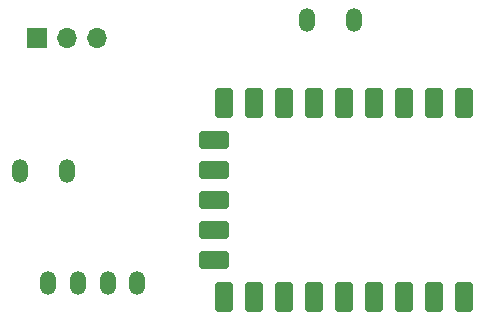
<source format=gbs>
G04 #@! TF.GenerationSoftware,KiCad,Pcbnew,8.0.6*
G04 #@! TF.CreationDate,2024-12-13T00:51:39+01:00*
G04 #@! TF.ProjectId,ps2-tatacon-rp2040,7073322d-7461-4746-9163-6f6e2d727032,rev?*
G04 #@! TF.SameCoordinates,Original*
G04 #@! TF.FileFunction,Soldermask,Bot*
G04 #@! TF.FilePolarity,Negative*
%FSLAX46Y46*%
G04 Gerber Fmt 4.6, Leading zero omitted, Abs format (unit mm)*
G04 Created by KiCad (PCBNEW 8.0.6) date 2024-12-13 00:51:39*
%MOMM*%
%LPD*%
G01*
G04 APERTURE LIST*
G04 Aperture macros list*
%AMRoundRect*
0 Rectangle with rounded corners*
0 $1 Rounding radius*
0 $2 $3 $4 $5 $6 $7 $8 $9 X,Y pos of 4 corners*
0 Add a 4 corners polygon primitive as box body*
4,1,4,$2,$3,$4,$5,$6,$7,$8,$9,$2,$3,0*
0 Add four circle primitives for the rounded corners*
1,1,$1+$1,$2,$3*
1,1,$1+$1,$4,$5*
1,1,$1+$1,$6,$7*
1,1,$1+$1,$8,$9*
0 Add four rect primitives between the rounded corners*
20,1,$1+$1,$2,$3,$4,$5,0*
20,1,$1+$1,$4,$5,$6,$7,0*
20,1,$1+$1,$6,$7,$8,$9,0*
20,1,$1+$1,$8,$9,$2,$3,0*%
G04 Aperture macros list end*
%ADD10O,1.350000X2.000000*%
%ADD11RoundRect,0.400000X-0.400000X0.900000X-0.400000X-0.900000X0.400000X-0.900000X0.400000X0.900000X0*%
%ADD12RoundRect,0.400050X-0.400050X0.899950X-0.400050X-0.899950X0.400050X-0.899950X0.400050X0.899950X0*%
%ADD13RoundRect,0.400000X-0.900000X0.400000X-0.900000X-0.400000X0.900000X-0.400000X0.900000X0.400000X0*%
%ADD14RoundRect,0.393700X-0.906300X0.393700X-0.906300X-0.393700X0.906300X-0.393700X0.906300X0.393700X0*%
%ADD15R,1.700000X1.700000*%
%ADD16O,1.700000X1.700000*%
G04 APERTURE END LIST*
D10*
X38700000Y-39200000D03*
X42700000Y-39200000D03*
D11*
X76300000Y-49840000D03*
X73760000Y-49840000D03*
X71220000Y-49840000D03*
X68680000Y-49840000D03*
X66140000Y-49840000D03*
D12*
X63600000Y-49840000D03*
X61060000Y-49840000D03*
X58520000Y-49840000D03*
X55980000Y-49840000D03*
D13*
X55170000Y-46700000D03*
D14*
X55170000Y-44160000D03*
X55170000Y-41620000D03*
X55170000Y-39080000D03*
X55170000Y-36540000D03*
D12*
X55980000Y-33400000D03*
X58520000Y-33400000D03*
X61060000Y-33400000D03*
X63600000Y-33400000D03*
X66140000Y-33400000D03*
X68680000Y-33400000D03*
X71220000Y-33400000D03*
X73760000Y-33400000D03*
X76300000Y-33400000D03*
D15*
X40220000Y-27900000D03*
D16*
X42760000Y-27900000D03*
X45300000Y-27900000D03*
D10*
X63000000Y-26350000D03*
X67000000Y-26350000D03*
X41150000Y-48650000D03*
X43650000Y-48650000D03*
X46150000Y-48650000D03*
X48650000Y-48650000D03*
M02*

</source>
